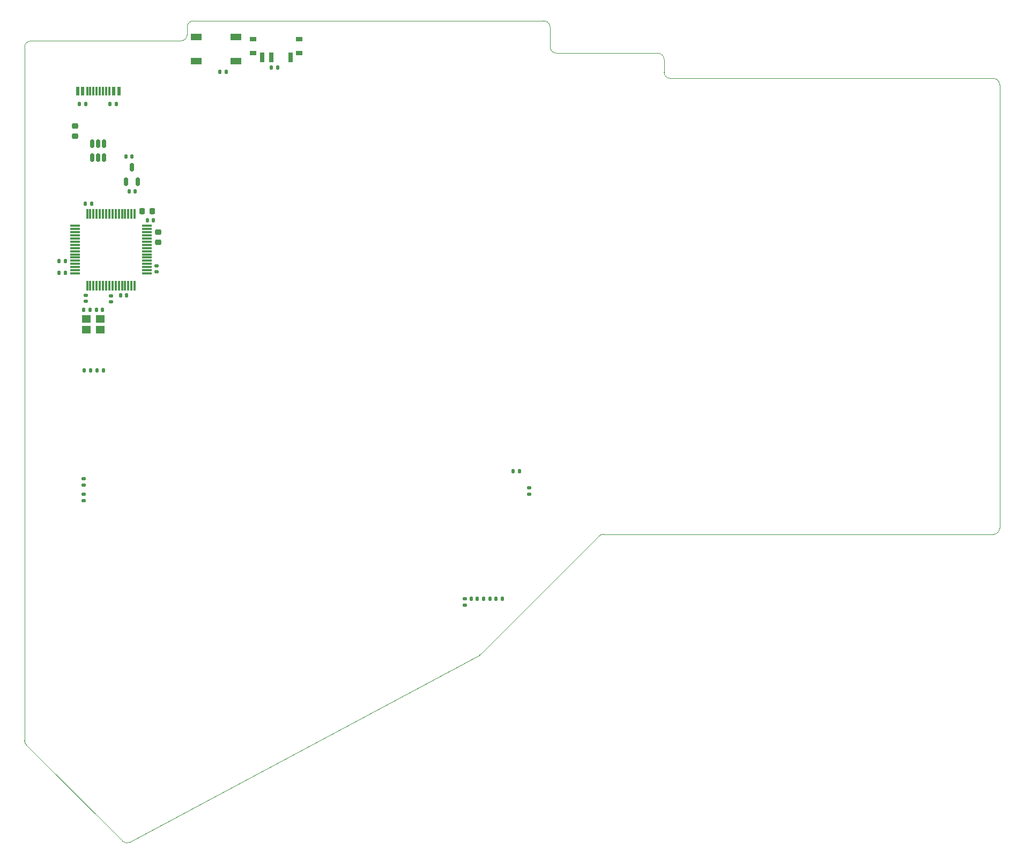
<source format=gbr>
%TF.GenerationSoftware,KiCad,Pcbnew,8.0.5*%
%TF.CreationDate,2024-10-11T21:29:17+02:00*%
%TF.ProjectId,vaucasy_right,76617563-6173-4795-9f72-696768742e6b,rev?*%
%TF.SameCoordinates,Original*%
%TF.FileFunction,Paste,Top*%
%TF.FilePolarity,Positive*%
%FSLAX46Y46*%
G04 Gerber Fmt 4.6, Leading zero omitted, Abs format (unit mm)*
G04 Created by KiCad (PCBNEW 8.0.5) date 2024-10-11 21:29:17*
%MOMM*%
%LPD*%
G01*
G04 APERTURE LIST*
G04 Aperture macros list*
%AMRoundRect*
0 Rectangle with rounded corners*
0 $1 Rounding radius*
0 $2 $3 $4 $5 $6 $7 $8 $9 X,Y pos of 4 corners*
0 Add a 4 corners polygon primitive as box body*
4,1,4,$2,$3,$4,$5,$6,$7,$8,$9,$2,$3,0*
0 Add four circle primitives for the rounded corners*
1,1,$1+$1,$2,$3*
1,1,$1+$1,$4,$5*
1,1,$1+$1,$6,$7*
1,1,$1+$1,$8,$9*
0 Add four rect primitives between the rounded corners*
20,1,$1+$1,$2,$3,$4,$5,0*
20,1,$1+$1,$4,$5,$6,$7,0*
20,1,$1+$1,$6,$7,$8,$9,0*
20,1,$1+$1,$8,$9,$2,$3,0*%
G04 Aperture macros list end*
%ADD10RoundRect,0.218750X-0.256250X0.218750X-0.256250X-0.218750X0.256250X-0.218750X0.256250X0.218750X0*%
%ADD11RoundRect,0.150000X0.150000X-0.512500X0.150000X0.512500X-0.150000X0.512500X-0.150000X-0.512500X0*%
%ADD12RoundRect,0.135000X0.135000X0.185000X-0.135000X0.185000X-0.135000X-0.185000X0.135000X-0.185000X0*%
%ADD13RoundRect,0.075000X0.075000X-0.700000X0.075000X0.700000X-0.075000X0.700000X-0.075000X-0.700000X0*%
%ADD14RoundRect,0.075000X0.700000X-0.075000X0.700000X0.075000X-0.700000X0.075000X-0.700000X-0.075000X0*%
%ADD15R,1.700000X1.000000*%
%ADD16RoundRect,0.140000X-0.140000X-0.170000X0.140000X-0.170000X0.140000X0.170000X-0.140000X0.170000X0*%
%ADD17RoundRect,0.135000X-0.135000X-0.185000X0.135000X-0.185000X0.135000X0.185000X-0.135000X0.185000X0*%
%ADD18R,1.000000X0.800000*%
%ADD19R,0.700000X1.500000*%
%ADD20RoundRect,0.135000X0.185000X-0.135000X0.185000X0.135000X-0.185000X0.135000X-0.185000X-0.135000X0*%
%ADD21RoundRect,0.140000X0.170000X-0.140000X0.170000X0.140000X-0.170000X0.140000X-0.170000X-0.140000X0*%
%ADD22RoundRect,0.150000X-0.150000X0.512500X-0.150000X-0.512500X0.150000X-0.512500X0.150000X0.512500X0*%
%ADD23RoundRect,0.140000X0.140000X0.170000X-0.140000X0.170000X-0.140000X-0.170000X0.140000X-0.170000X0*%
%ADD24RoundRect,0.225000X0.225000X0.250000X-0.225000X0.250000X-0.225000X-0.250000X0.225000X-0.250000X0*%
%ADD25RoundRect,0.135000X-0.185000X0.135000X-0.185000X-0.135000X0.185000X-0.135000X0.185000X0.135000X0*%
%ADD26RoundRect,0.140000X-0.170000X0.140000X-0.170000X-0.140000X0.170000X-0.140000X0.170000X0.140000X0*%
%ADD27R,0.600000X1.450000*%
%ADD28R,0.300000X1.450000*%
%ADD29RoundRect,0.225000X-0.250000X0.225000X-0.250000X-0.225000X0.250000X-0.225000X0.250000X0.225000X0*%
%ADD30R,1.400000X1.200000*%
%TA.AperFunction,Profile*%
%ADD31C,0.050000*%
%TD*%
G04 APERTURE END LIST*
D10*
%TO.C,F1*%
X33012500Y-44500000D03*
X33012500Y-46075000D03*
%TD*%
D11*
%TO.C,U3*%
X40987500Y-53320000D03*
X42887500Y-53320000D03*
X41937500Y-51045000D03*
%TD*%
D12*
%TO.C,R10*%
X35472500Y-83112500D03*
X34452500Y-83112500D03*
%TD*%
D13*
%TO.C,U1*%
X34887500Y-69712500D03*
X35387500Y-69712500D03*
X35887500Y-69712500D03*
X36387500Y-69712500D03*
X36887500Y-69712500D03*
X37387500Y-69712500D03*
X37887500Y-69712500D03*
X38387500Y-69712500D03*
X38887500Y-69712500D03*
X39387500Y-69712500D03*
X39887500Y-69712500D03*
X40387500Y-69712500D03*
X40887500Y-69712500D03*
X41387500Y-69712500D03*
X41887500Y-69712500D03*
X42387500Y-69712500D03*
D14*
X44312500Y-67787500D03*
X44312500Y-67287500D03*
X44312500Y-66787500D03*
X44312500Y-66287500D03*
X44312500Y-65787500D03*
X44312500Y-65287500D03*
X44312500Y-64787500D03*
X44312500Y-64287500D03*
X44312500Y-63787500D03*
X44312500Y-63287500D03*
X44312500Y-62787500D03*
X44312500Y-62287500D03*
X44312500Y-61787500D03*
X44312500Y-61287500D03*
X44312500Y-60787500D03*
X44312500Y-60287500D03*
D13*
X42387500Y-58362500D03*
X41887500Y-58362500D03*
X41387500Y-58362500D03*
X40887500Y-58362500D03*
X40387500Y-58362500D03*
X39887500Y-58362500D03*
X39387500Y-58362500D03*
X38887500Y-58362500D03*
X38387500Y-58362500D03*
X37887500Y-58362500D03*
X37387500Y-58362500D03*
X36887500Y-58362500D03*
X36387500Y-58362500D03*
X35887500Y-58362500D03*
X35387500Y-58362500D03*
X34887500Y-58362500D03*
D14*
X32962500Y-60287500D03*
X32962500Y-60787500D03*
X32962500Y-61287500D03*
X32962500Y-61787500D03*
X32962500Y-62287500D03*
X32962500Y-62787500D03*
X32962500Y-63287500D03*
X32962500Y-63787500D03*
X32962500Y-64287500D03*
X32962500Y-64787500D03*
X32962500Y-65287500D03*
X32962500Y-65787500D03*
X32962500Y-66287500D03*
X32962500Y-66787500D03*
X32962500Y-67287500D03*
X32962500Y-67787500D03*
%TD*%
D15*
%TO.C,SW2*%
X58412500Y-34230000D03*
X52112500Y-34230000D03*
X58412500Y-30430000D03*
X52112500Y-30430000D03*
%TD*%
D16*
%TO.C,C11*%
X36357500Y-73537500D03*
X37317500Y-73537500D03*
%TD*%
%TO.C,C5*%
X30457500Y-67737500D03*
X31417500Y-67737500D03*
%TD*%
%TO.C,C14*%
X97507500Y-119212500D03*
X98467500Y-119212500D03*
%TD*%
D17*
%TO.C,R7*%
X99397500Y-119212500D03*
X100417500Y-119212500D03*
%TD*%
D18*
%TO.C,SW1*%
X68387500Y-32980000D03*
X68387500Y-30770000D03*
X61087500Y-32980000D03*
X61087500Y-30770000D03*
D19*
X66987500Y-33630000D03*
X63987500Y-33630000D03*
X62487500Y-33630000D03*
%TD*%
D12*
%TO.C,R6*%
X103135000Y-99025000D03*
X102115000Y-99025000D03*
%TD*%
D16*
%TO.C,C9*%
X40977500Y-49332500D03*
X41937500Y-49332500D03*
%TD*%
D17*
%TO.C,R1*%
X64002500Y-35275000D03*
X65022500Y-35275000D03*
%TD*%
D20*
%TO.C,R8*%
X94487500Y-120222500D03*
X94487500Y-119202500D03*
%TD*%
D21*
%TO.C,C1*%
X34662500Y-72192500D03*
X34662500Y-71232500D03*
%TD*%
D20*
%TO.C,R13*%
X34312500Y-103707500D03*
X34312500Y-102687500D03*
%TD*%
D22*
%TO.C,U2*%
X37587500Y-47257500D03*
X36637500Y-47257500D03*
X35687500Y-47257500D03*
X35687500Y-49532500D03*
X36637500Y-49532500D03*
X37587500Y-49532500D03*
%TD*%
D17*
%TO.C,R2*%
X55852500Y-35955000D03*
X56872500Y-35955000D03*
%TD*%
%TO.C,R4*%
X33627500Y-41012500D03*
X34647500Y-41012500D03*
%TD*%
D23*
%TO.C,C17*%
X31417500Y-65862500D03*
X30457500Y-65862500D03*
%TD*%
D24*
%TO.C,C6*%
X45137500Y-57962500D03*
X43587500Y-57962500D03*
%TD*%
D21*
%TO.C,C2*%
X45887500Y-67537500D03*
X45887500Y-66577500D03*
%TD*%
D16*
%TO.C,C8*%
X41507500Y-54832500D03*
X42467500Y-54832500D03*
%TD*%
D25*
%TO.C,R14*%
X34312500Y-100197500D03*
X34312500Y-101217500D03*
%TD*%
D26*
%TO.C,C16*%
X104675000Y-101670000D03*
X104675000Y-102630000D03*
%TD*%
D23*
%TO.C,C3*%
X45342500Y-59362500D03*
X44382500Y-59362500D03*
%TD*%
D16*
%TO.C,C10*%
X34357500Y-73537500D03*
X35317500Y-73537500D03*
%TD*%
%TO.C,C13*%
X40177500Y-71262500D03*
X41137500Y-71262500D03*
%TD*%
D12*
%TO.C,R3*%
X39472500Y-41012500D03*
X38452500Y-41012500D03*
%TD*%
D16*
%TO.C,C15*%
X95507500Y-119212500D03*
X96467500Y-119212500D03*
%TD*%
D27*
%TO.C,J1*%
X39887500Y-38972500D03*
X39087500Y-38972500D03*
D28*
X37887500Y-38972500D03*
X36887500Y-38972500D03*
X36387500Y-38972500D03*
X35387500Y-38972500D03*
D27*
X34187500Y-38972500D03*
X33387500Y-38972500D03*
X33387500Y-38972500D03*
X34187500Y-38972500D03*
D28*
X34887500Y-38972500D03*
X35887500Y-38972500D03*
X37387500Y-38972500D03*
X38387500Y-38972500D03*
D27*
X39087500Y-38972500D03*
X39887500Y-38972500D03*
%TD*%
D29*
%TO.C,C12*%
X46137500Y-61287500D03*
X46137500Y-62837500D03*
%TD*%
D21*
%TO.C,C7*%
X38612500Y-72292500D03*
X38612500Y-71332500D03*
%TD*%
D23*
%TO.C,C4*%
X35567500Y-56812500D03*
X34607500Y-56812500D03*
%TD*%
D12*
%TO.C,R9*%
X37447500Y-83112500D03*
X36427500Y-83112500D03*
%TD*%
D30*
%TO.C,Y1*%
X34737500Y-76687500D03*
X36937500Y-76687500D03*
X36937500Y-74987500D03*
X34737500Y-74987500D03*
%TD*%
D31*
X50675000Y-28900000D02*
G75*
G02*
X51675000Y-27900000I1000000J0D01*
G01*
X50675000Y-28900000D02*
X50675000Y-30075000D01*
X126000000Y-34000000D02*
X126000000Y-36000000D01*
X50675000Y-30075000D02*
G75*
G02*
X49675000Y-31075000I-1000000J0D01*
G01*
X125000000Y-33000000D02*
G75*
G02*
X126000000Y-34000000I0J-1000000D01*
G01*
X81725000Y-27900000D02*
X51675000Y-27900000D01*
X49675000Y-31075000D02*
X26000000Y-31075000D01*
X107000000Y-27900000D02*
G75*
G02*
X108000000Y-28900000I0J-1000000D01*
G01*
X40475061Y-157475061D02*
X25292893Y-142292893D01*
X127000000Y-37000000D02*
G75*
G02*
X126000000Y-36000000I0J1000000D01*
G01*
X25000000Y-141585786D02*
X25000000Y-32075000D01*
X25000000Y-32075000D02*
G75*
G02*
X26000000Y-31075000I1000000J0D01*
G01*
X179000000Y-38000000D02*
X179000000Y-108000000D01*
X109000000Y-33000000D02*
X125000000Y-33000000D01*
X115707107Y-109292893D02*
X97104551Y-127895449D01*
X178000000Y-109000000D02*
X116414214Y-109000000D01*
X96869666Y-128069822D02*
X41654390Y-157649434D01*
X127000000Y-37000000D02*
X178000000Y-37000000D01*
X108000000Y-28900000D02*
X108000000Y-32000000D01*
X109000000Y-33000000D02*
G75*
G02*
X108000000Y-32000000I0J1000000D01*
G01*
X41654390Y-157649434D02*
G75*
G02*
X40475081Y-157475041I-472190J881534D01*
G01*
X97104551Y-127895449D02*
G75*
G02*
X96869667Y-128069825I-707151J707149D01*
G01*
X178000000Y-37000000D02*
G75*
G02*
X179000000Y-38000000I0J-1000000D01*
G01*
X25292893Y-142292893D02*
G75*
G02*
X25000010Y-141585786I707107J707093D01*
G01*
X81725000Y-27900000D02*
X107000000Y-27900000D01*
X179000000Y-108000000D02*
G75*
G02*
X178000000Y-109000000I-1000000J0D01*
G01*
X115707107Y-109292893D02*
G75*
G02*
X116414214Y-109000010I707093J-707107D01*
G01*
M02*

</source>
